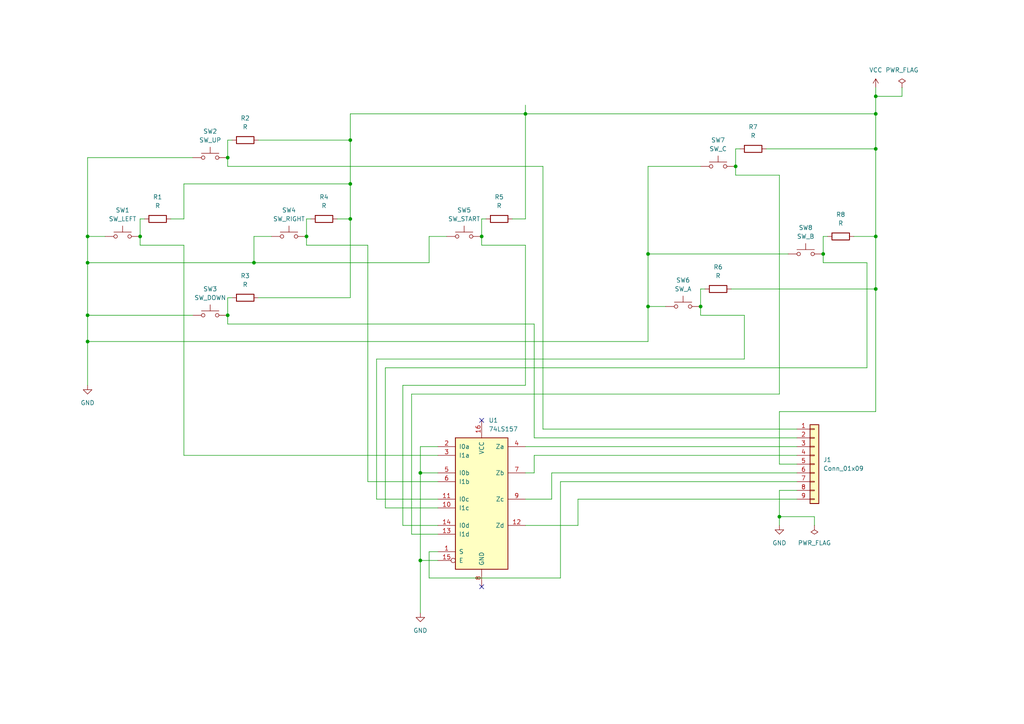
<source format=kicad_sch>
(kicad_sch (version 20211123) (generator eeschema)

  (uuid 17a520b8-a3aa-4e80-9d1d-df51608c5f92)

  (paper "A4")

  (lib_symbols
    (symbol "74xx:74LS157" (pin_names (offset 1.016)) (in_bom yes) (on_board yes)
      (property "Reference" "U" (id 0) (at -7.62 19.05 0)
        (effects (font (size 1.27 1.27)))
      )
      (property "Value" "74LS157" (id 1) (at -7.62 -21.59 0)
        (effects (font (size 1.27 1.27)))
      )
      (property "Footprint" "" (id 2) (at 0 0 0)
        (effects (font (size 1.27 1.27)) hide)
      )
      (property "Datasheet" "http://www.ti.com/lit/gpn/sn74LS157" (id 3) (at 0 0 0)
        (effects (font (size 1.27 1.27)) hide)
      )
      (property "ki_locked" "" (id 4) (at 0 0 0)
        (effects (font (size 1.27 1.27)))
      )
      (property "ki_keywords" "TTL MUX MUX2" (id 5) (at 0 0 0)
        (effects (font (size 1.27 1.27)) hide)
      )
      (property "ki_description" "Quad 2 to 1 line Multiplexer" (id 6) (at 0 0 0)
        (effects (font (size 1.27 1.27)) hide)
      )
      (property "ki_fp_filters" "DIP?16*" (id 7) (at 0 0 0)
        (effects (font (size 1.27 1.27)) hide)
      )
      (symbol "74LS157_1_0"
        (pin input line (at -12.7 -15.24 0) (length 5.08)
          (name "S" (effects (font (size 1.27 1.27))))
          (number "1" (effects (font (size 1.27 1.27))))
        )
        (pin input line (at -12.7 -2.54 0) (length 5.08)
          (name "I1c" (effects (font (size 1.27 1.27))))
          (number "10" (effects (font (size 1.27 1.27))))
        )
        (pin input line (at -12.7 0 0) (length 5.08)
          (name "I0c" (effects (font (size 1.27 1.27))))
          (number "11" (effects (font (size 1.27 1.27))))
        )
        (pin output line (at 12.7 -7.62 180) (length 5.08)
          (name "Zd" (effects (font (size 1.27 1.27))))
          (number "12" (effects (font (size 1.27 1.27))))
        )
        (pin input line (at -12.7 -10.16 0) (length 5.08)
          (name "I1d" (effects (font (size 1.27 1.27))))
          (number "13" (effects (font (size 1.27 1.27))))
        )
        (pin input line (at -12.7 -7.62 0) (length 5.08)
          (name "I0d" (effects (font (size 1.27 1.27))))
          (number "14" (effects (font (size 1.27 1.27))))
        )
        (pin input inverted (at -12.7 -17.78 0) (length 5.08)
          (name "E" (effects (font (size 1.27 1.27))))
          (number "15" (effects (font (size 1.27 1.27))))
        )
        (pin power_in line (at 0 22.86 270) (length 5.08)
          (name "VCC" (effects (font (size 1.27 1.27))))
          (number "16" (effects (font (size 1.27 1.27))))
        )
        (pin input line (at -12.7 15.24 0) (length 5.08)
          (name "I0a" (effects (font (size 1.27 1.27))))
          (number "2" (effects (font (size 1.27 1.27))))
        )
        (pin input line (at -12.7 12.7 0) (length 5.08)
          (name "I1a" (effects (font (size 1.27 1.27))))
          (number "3" (effects (font (size 1.27 1.27))))
        )
        (pin output line (at 12.7 15.24 180) (length 5.08)
          (name "Za" (effects (font (size 1.27 1.27))))
          (number "4" (effects (font (size 1.27 1.27))))
        )
        (pin input line (at -12.7 7.62 0) (length 5.08)
          (name "I0b" (effects (font (size 1.27 1.27))))
          (number "5" (effects (font (size 1.27 1.27))))
        )
        (pin input line (at -12.7 5.08 0) (length 5.08)
          (name "I1b" (effects (font (size 1.27 1.27))))
          (number "6" (effects (font (size 1.27 1.27))))
        )
        (pin output line (at 12.7 7.62 180) (length 5.08)
          (name "Zb" (effects (font (size 1.27 1.27))))
          (number "7" (effects (font (size 1.27 1.27))))
        )
        (pin power_in line (at 0 -25.4 90) (length 5.08)
          (name "GND" (effects (font (size 1.27 1.27))))
          (number "8" (effects (font (size 1.27 1.27))))
        )
        (pin output line (at 12.7 0 180) (length 5.08)
          (name "Zc" (effects (font (size 1.27 1.27))))
          (number "9" (effects (font (size 1.27 1.27))))
        )
      )
      (symbol "74LS157_1_1"
        (rectangle (start -7.62 17.78) (end 7.62 -20.32)
          (stroke (width 0.254) (type default) (color 0 0 0 0))
          (fill (type background))
        )
      )
    )
    (symbol "Connector_Generic:Conn_01x09" (pin_names (offset 1.016) hide) (in_bom yes) (on_board yes)
      (property "Reference" "J" (id 0) (at 0 12.7 0)
        (effects (font (size 1.27 1.27)))
      )
      (property "Value" "Conn_01x09" (id 1) (at 0 -12.7 0)
        (effects (font (size 1.27 1.27)))
      )
      (property "Footprint" "" (id 2) (at 0 0 0)
        (effects (font (size 1.27 1.27)) hide)
      )
      (property "Datasheet" "~" (id 3) (at 0 0 0)
        (effects (font (size 1.27 1.27)) hide)
      )
      (property "ki_keywords" "connector" (id 4) (at 0 0 0)
        (effects (font (size 1.27 1.27)) hide)
      )
      (property "ki_description" "Generic connector, single row, 01x09, script generated (kicad-library-utils/schlib/autogen/connector/)" (id 5) (at 0 0 0)
        (effects (font (size 1.27 1.27)) hide)
      )
      (property "ki_fp_filters" "Connector*:*_1x??_*" (id 6) (at 0 0 0)
        (effects (font (size 1.27 1.27)) hide)
      )
      (symbol "Conn_01x09_1_1"
        (rectangle (start -1.27 -10.033) (end 0 -10.287)
          (stroke (width 0.1524) (type default) (color 0 0 0 0))
          (fill (type none))
        )
        (rectangle (start -1.27 -7.493) (end 0 -7.747)
          (stroke (width 0.1524) (type default) (color 0 0 0 0))
          (fill (type none))
        )
        (rectangle (start -1.27 -4.953) (end 0 -5.207)
          (stroke (width 0.1524) (type default) (color 0 0 0 0))
          (fill (type none))
        )
        (rectangle (start -1.27 -2.413) (end 0 -2.667)
          (stroke (width 0.1524) (type default) (color 0 0 0 0))
          (fill (type none))
        )
        (rectangle (start -1.27 0.127) (end 0 -0.127)
          (stroke (width 0.1524) (type default) (color 0 0 0 0))
          (fill (type none))
        )
        (rectangle (start -1.27 2.667) (end 0 2.413)
          (stroke (width 0.1524) (type default) (color 0 0 0 0))
          (fill (type none))
        )
        (rectangle (start -1.27 5.207) (end 0 4.953)
          (stroke (width 0.1524) (type default) (color 0 0 0 0))
          (fill (type none))
        )
        (rectangle (start -1.27 7.747) (end 0 7.493)
          (stroke (width 0.1524) (type default) (color 0 0 0 0))
          (fill (type none))
        )
        (rectangle (start -1.27 10.287) (end 0 10.033)
          (stroke (width 0.1524) (type default) (color 0 0 0 0))
          (fill (type none))
        )
        (rectangle (start -1.27 11.43) (end 1.27 -11.43)
          (stroke (width 0.254) (type default) (color 0 0 0 0))
          (fill (type background))
        )
        (pin passive line (at -5.08 10.16 0) (length 3.81)
          (name "Pin_1" (effects (font (size 1.27 1.27))))
          (number "1" (effects (font (size 1.27 1.27))))
        )
        (pin passive line (at -5.08 7.62 0) (length 3.81)
          (name "Pin_2" (effects (font (size 1.27 1.27))))
          (number "2" (effects (font (size 1.27 1.27))))
        )
        (pin passive line (at -5.08 5.08 0) (length 3.81)
          (name "Pin_3" (effects (font (size 1.27 1.27))))
          (number "3" (effects (font (size 1.27 1.27))))
        )
        (pin passive line (at -5.08 2.54 0) (length 3.81)
          (name "Pin_4" (effects (font (size 1.27 1.27))))
          (number "4" (effects (font (size 1.27 1.27))))
        )
        (pin passive line (at -5.08 0 0) (length 3.81)
          (name "Pin_5" (effects (font (size 1.27 1.27))))
          (number "5" (effects (font (size 1.27 1.27))))
        )
        (pin passive line (at -5.08 -2.54 0) (length 3.81)
          (name "Pin_6" (effects (font (size 1.27 1.27))))
          (number "6" (effects (font (size 1.27 1.27))))
        )
        (pin passive line (at -5.08 -5.08 0) (length 3.81)
          (name "Pin_7" (effects (font (size 1.27 1.27))))
          (number "7" (effects (font (size 1.27 1.27))))
        )
        (pin passive line (at -5.08 -7.62 0) (length 3.81)
          (name "Pin_8" (effects (font (size 1.27 1.27))))
          (number "8" (effects (font (size 1.27 1.27))))
        )
        (pin passive line (at -5.08 -10.16 0) (length 3.81)
          (name "Pin_9" (effects (font (size 1.27 1.27))))
          (number "9" (effects (font (size 1.27 1.27))))
        )
      )
    )
    (symbol "Device:R" (pin_numbers hide) (pin_names (offset 0)) (in_bom yes) (on_board yes)
      (property "Reference" "R" (id 0) (at 2.032 0 90)
        (effects (font (size 1.27 1.27)))
      )
      (property "Value" "R" (id 1) (at 0 0 90)
        (effects (font (size 1.27 1.27)))
      )
      (property "Footprint" "" (id 2) (at -1.778 0 90)
        (effects (font (size 1.27 1.27)) hide)
      )
      (property "Datasheet" "~" (id 3) (at 0 0 0)
        (effects (font (size 1.27 1.27)) hide)
      )
      (property "ki_keywords" "R res resistor" (id 4) (at 0 0 0)
        (effects (font (size 1.27 1.27)) hide)
      )
      (property "ki_description" "Resistor" (id 5) (at 0 0 0)
        (effects (font (size 1.27 1.27)) hide)
      )
      (property "ki_fp_filters" "R_*" (id 6) (at 0 0 0)
        (effects (font (size 1.27 1.27)) hide)
      )
      (symbol "R_0_1"
        (rectangle (start -1.016 -2.54) (end 1.016 2.54)
          (stroke (width 0.254) (type default) (color 0 0 0 0))
          (fill (type none))
        )
      )
      (symbol "R_1_1"
        (pin passive line (at 0 3.81 270) (length 1.27)
          (name "~" (effects (font (size 1.27 1.27))))
          (number "1" (effects (font (size 1.27 1.27))))
        )
        (pin passive line (at 0 -3.81 90) (length 1.27)
          (name "~" (effects (font (size 1.27 1.27))))
          (number "2" (effects (font (size 1.27 1.27))))
        )
      )
    )
    (symbol "Switch:SW_Push" (pin_numbers hide) (pin_names (offset 1.016) hide) (in_bom yes) (on_board yes)
      (property "Reference" "SW" (id 0) (at 1.27 2.54 0)
        (effects (font (size 1.27 1.27)) (justify left))
      )
      (property "Value" "SW_Push" (id 1) (at 0 -1.524 0)
        (effects (font (size 1.27 1.27)))
      )
      (property "Footprint" "" (id 2) (at 0 5.08 0)
        (effects (font (size 1.27 1.27)) hide)
      )
      (property "Datasheet" "~" (id 3) (at 0 5.08 0)
        (effects (font (size 1.27 1.27)) hide)
      )
      (property "ki_keywords" "switch normally-open pushbutton push-button" (id 4) (at 0 0 0)
        (effects (font (size 1.27 1.27)) hide)
      )
      (property "ki_description" "Push button switch, generic, two pins" (id 5) (at 0 0 0)
        (effects (font (size 1.27 1.27)) hide)
      )
      (symbol "SW_Push_0_1"
        (circle (center -2.032 0) (radius 0.508)
          (stroke (width 0) (type default) (color 0 0 0 0))
          (fill (type none))
        )
        (polyline
          (pts
            (xy 0 1.27)
            (xy 0 3.048)
          )
          (stroke (width 0) (type default) (color 0 0 0 0))
          (fill (type none))
        )
        (polyline
          (pts
            (xy 2.54 1.27)
            (xy -2.54 1.27)
          )
          (stroke (width 0) (type default) (color 0 0 0 0))
          (fill (type none))
        )
        (circle (center 2.032 0) (radius 0.508)
          (stroke (width 0) (type default) (color 0 0 0 0))
          (fill (type none))
        )
        (pin passive line (at -5.08 0 0) (length 2.54)
          (name "1" (effects (font (size 1.27 1.27))))
          (number "1" (effects (font (size 1.27 1.27))))
        )
        (pin passive line (at 5.08 0 180) (length 2.54)
          (name "2" (effects (font (size 1.27 1.27))))
          (number "2" (effects (font (size 1.27 1.27))))
        )
      )
    )
    (symbol "power:GND" (power) (pin_names (offset 0)) (in_bom yes) (on_board yes)
      (property "Reference" "#PWR" (id 0) (at 0 -6.35 0)
        (effects (font (size 1.27 1.27)) hide)
      )
      (property "Value" "GND" (id 1) (at 0 -3.81 0)
        (effects (font (size 1.27 1.27)))
      )
      (property "Footprint" "" (id 2) (at 0 0 0)
        (effects (font (size 1.27 1.27)) hide)
      )
      (property "Datasheet" "" (id 3) (at 0 0 0)
        (effects (font (size 1.27 1.27)) hide)
      )
      (property "ki_keywords" "global power" (id 4) (at 0 0 0)
        (effects (font (size 1.27 1.27)) hide)
      )
      (property "ki_description" "Power symbol creates a global label with name \"GND\" , ground" (id 5) (at 0 0 0)
        (effects (font (size 1.27 1.27)) hide)
      )
      (symbol "GND_0_1"
        (polyline
          (pts
            (xy 0 0)
            (xy 0 -1.27)
            (xy 1.27 -1.27)
            (xy 0 -2.54)
            (xy -1.27 -1.27)
            (xy 0 -1.27)
          )
          (stroke (width 0) (type default) (color 0 0 0 0))
          (fill (type none))
        )
      )
      (symbol "GND_1_1"
        (pin power_in line (at 0 0 270) (length 0) hide
          (name "GND" (effects (font (size 1.27 1.27))))
          (number "1" (effects (font (size 1.27 1.27))))
        )
      )
    )
    (symbol "power:PWR_FLAG" (power) (pin_numbers hide) (pin_names (offset 0) hide) (in_bom yes) (on_board yes)
      (property "Reference" "#FLG" (id 0) (at 0 1.905 0)
        (effects (font (size 1.27 1.27)) hide)
      )
      (property "Value" "PWR_FLAG" (id 1) (at 0 3.81 0)
        (effects (font (size 1.27 1.27)))
      )
      (property "Footprint" "" (id 2) (at 0 0 0)
        (effects (font (size 1.27 1.27)) hide)
      )
      (property "Datasheet" "~" (id 3) (at 0 0 0)
        (effects (font (size 1.27 1.27)) hide)
      )
      (property "ki_keywords" "flag power" (id 4) (at 0 0 0)
        (effects (font (size 1.27 1.27)) hide)
      )
      (property "ki_description" "Special symbol for telling ERC where power comes from" (id 5) (at 0 0 0)
        (effects (font (size 1.27 1.27)) hide)
      )
      (symbol "PWR_FLAG_0_0"
        (pin power_out line (at 0 0 90) (length 0)
          (name "pwr" (effects (font (size 1.27 1.27))))
          (number "1" (effects (font (size 1.27 1.27))))
        )
      )
      (symbol "PWR_FLAG_0_1"
        (polyline
          (pts
            (xy 0 0)
            (xy 0 1.27)
            (xy -1.016 1.905)
            (xy 0 2.54)
            (xy 1.016 1.905)
            (xy 0 1.27)
          )
          (stroke (width 0) (type default) (color 0 0 0 0))
          (fill (type none))
        )
      )
    )
    (symbol "power:VCC" (power) (pin_names (offset 0)) (in_bom yes) (on_board yes)
      (property "Reference" "#PWR" (id 0) (at 0 -3.81 0)
        (effects (font (size 1.27 1.27)) hide)
      )
      (property "Value" "VCC" (id 1) (at 0 3.81 0)
        (effects (font (size 1.27 1.27)))
      )
      (property "Footprint" "" (id 2) (at 0 0 0)
        (effects (font (size 1.27 1.27)) hide)
      )
      (property "Datasheet" "" (id 3) (at 0 0 0)
        (effects (font (size 1.27 1.27)) hide)
      )
      (property "ki_keywords" "global power" (id 4) (at 0 0 0)
        (effects (font (size 1.27 1.27)) hide)
      )
      (property "ki_description" "Power symbol creates a global label with name \"VCC\"" (id 5) (at 0 0 0)
        (effects (font (size 1.27 1.27)) hide)
      )
      (symbol "VCC_0_1"
        (polyline
          (pts
            (xy -0.762 1.27)
            (xy 0 2.54)
          )
          (stroke (width 0) (type default) (color 0 0 0 0))
          (fill (type none))
        )
        (polyline
          (pts
            (xy 0 0)
            (xy 0 2.54)
          )
          (stroke (width 0) (type default) (color 0 0 0 0))
          (fill (type none))
        )
        (polyline
          (pts
            (xy 0 2.54)
            (xy 0.762 1.27)
          )
          (stroke (width 0) (type default) (color 0 0 0 0))
          (fill (type none))
        )
      )
      (symbol "VCC_1_1"
        (pin power_in line (at 0 0 90) (length 0) hide
          (name "VCC" (effects (font (size 1.27 1.27))))
          (number "1" (effects (font (size 1.27 1.27))))
        )
      )
    )
  )

  (junction (at 254 68.58) (diameter 0) (color 0 0 0 0)
    (uuid 191c2452-a347-4320-a1d6-2b7bbda61cf1)
  )
  (junction (at 101.6 40.64) (diameter 0) (color 0 0 0 0)
    (uuid 1b9672e0-39f2-4dff-b688-c2407af72ff1)
  )
  (junction (at 238.76 73.66) (diameter 0) (color 0 0 0 0)
    (uuid 201f81c7-2181-445d-8d73-3fda4974338a)
  )
  (junction (at 254 27.94) (diameter 0) (color 0 0 0 0)
    (uuid 49b3d2e0-d956-4976-a319-f1a11185ddcc)
  )
  (junction (at 40.64 68.58) (diameter 0) (color 0 0 0 0)
    (uuid 4b9b02c6-c5f1-4458-a580-752c4c93df5a)
  )
  (junction (at 101.6 53.34) (diameter 0) (color 0 0 0 0)
    (uuid 4bac5188-0b99-4105-bf08-5c605df2ea7a)
  )
  (junction (at 73.66 76.2) (diameter 0) (color 0 0 0 0)
    (uuid 55a1e20d-a1a0-47ad-880e-32ab13b2ab62)
  )
  (junction (at 25.4 76.2) (diameter 0) (color 0 0 0 0)
    (uuid 582125c0-a7d6-444e-80e6-2cd58c8ecef1)
  )
  (junction (at 152.4 33.02) (diameter 0) (color 0 0 0 0)
    (uuid 587ff367-46ae-438f-a0c9-4588c36ed06a)
  )
  (junction (at 121.92 137.16) (diameter 0) (color 0 0 0 0)
    (uuid 59be2c24-8fee-4000-8ea2-bf623e6487e1)
  )
  (junction (at 25.4 91.44) (diameter 0) (color 0 0 0 0)
    (uuid 60e50c5a-534b-4ce6-8bca-ad7e6662eba2)
  )
  (junction (at 187.96 73.66) (diameter 0) (color 0 0 0 0)
    (uuid 64a645d5-5c8e-4391-b15f-0e11c5826c6f)
  )
  (junction (at 254 83.82) (diameter 0) (color 0 0 0 0)
    (uuid 66c190c2-4f6f-4ab8-869b-2a07a070f9f6)
  )
  (junction (at 66.04 45.72) (diameter 0) (color 0 0 0 0)
    (uuid 6cfc37ed-a54d-495c-9543-abfeef2b4431)
  )
  (junction (at 226.06 149.86) (diameter 0) (color 0 0 0 0)
    (uuid 7a51718e-249f-4e6b-a9b3-b317fa5b6a6b)
  )
  (junction (at 66.04 91.44) (diameter 0) (color 0 0 0 0)
    (uuid 8330e588-2b6f-45fc-a3cf-e3a9e21fb1d9)
  )
  (junction (at 187.96 88.9) (diameter 0) (color 0 0 0 0)
    (uuid 87e12739-5849-47c2-9a5d-cae056c06a7f)
  )
  (junction (at 101.6 63.5) (diameter 0) (color 0 0 0 0)
    (uuid a6d9b62a-212e-4aa0-b036-0559b66c3ec0)
  )
  (junction (at 25.4 99.06) (diameter 0) (color 0 0 0 0)
    (uuid a9ca0fe5-5cbc-441b-b997-f5be06dba873)
  )
  (junction (at 25.4 68.58) (diameter 0) (color 0 0 0 0)
    (uuid b30fc73c-51b5-4a1d-9dfc-d609862b5582)
  )
  (junction (at 139.7 68.58) (diameter 0) (color 0 0 0 0)
    (uuid ba1485fa-eab6-4440-a1ca-c136ed74c01a)
  )
  (junction (at 88.9 68.58) (diameter 0) (color 0 0 0 0)
    (uuid befb2602-6b8f-41fe-8aec-d3fb5d261f67)
  )
  (junction (at 254 43.18) (diameter 0) (color 0 0 0 0)
    (uuid d527ed81-4eab-4afb-ad47-693537e985d3)
  )
  (junction (at 213.36 48.26) (diameter 0) (color 0 0 0 0)
    (uuid e1127779-e45d-4209-ace8-0673ef6e4638)
  )
  (junction (at 254 33.02) (diameter 0) (color 0 0 0 0)
    (uuid ee2030bc-5261-40ad-aad0-ab0b1ccdf8b8)
  )
  (junction (at 121.92 162.56) (diameter 0) (color 0 0 0 0)
    (uuid f372561a-d74c-4921-9282-4540dfa41a41)
  )
  (junction (at 203.2 88.9) (diameter 0) (color 0 0 0 0)
    (uuid faee385f-0d54-49ac-a77e-8eb0fec7dce3)
  )

  (no_connect (at 139.7 121.92) (uuid d7d08892-8c14-4e6c-85d7-490eedab6c13))
  (no_connect (at 139.7 170.18) (uuid f6be5443-bb1c-4d1a-afb6-4b7541d23b31))

  (wire (pts (xy 53.34 71.12) (xy 53.34 132.08))
    (stroke (width 0) (type default) (color 0 0 0 0))
    (uuid 05057691-2e56-4a01-a000-9025cc48fddf)
  )
  (wire (pts (xy 152.4 33.02) (xy 152.4 63.5))
    (stroke (width 0) (type default) (color 0 0 0 0))
    (uuid 0b011676-4d6a-4af7-abc1-b7fd8ee9ea12)
  )
  (wire (pts (xy 121.92 162.56) (xy 121.92 177.8))
    (stroke (width 0) (type default) (color 0 0 0 0))
    (uuid 0c587660-49c0-456a-9a06-00b9e33be6bb)
  )
  (wire (pts (xy 247.65 68.58) (xy 254 68.58))
    (stroke (width 0) (type default) (color 0 0 0 0))
    (uuid 0e0a5f14-e384-48f1-88e7-694e2896c310)
  )
  (wire (pts (xy 121.92 137.16) (xy 121.92 162.56))
    (stroke (width 0) (type default) (color 0 0 0 0))
    (uuid 126c9521-2b4c-46e5-a512-d9b1560a5ae0)
  )
  (wire (pts (xy 251.46 106.68) (xy 111.76 106.68))
    (stroke (width 0) (type default) (color 0 0 0 0))
    (uuid 1336e1cc-f018-45a9-aa9e-b421628a8bea)
  )
  (wire (pts (xy 124.46 68.58) (xy 124.46 76.2))
    (stroke (width 0) (type default) (color 0 0 0 0))
    (uuid 16e9fa05-5185-43b5-8647-5b659cfa1976)
  )
  (wire (pts (xy 226.06 50.8) (xy 226.06 114.3))
    (stroke (width 0) (type default) (color 0 0 0 0))
    (uuid 17985d52-4eaa-48e5-bc5e-c0ac6be0fa09)
  )
  (wire (pts (xy 157.48 48.26) (xy 157.48 124.46))
    (stroke (width 0) (type default) (color 0 0 0 0))
    (uuid 1c6013e6-464f-472a-9146-86c430554297)
  )
  (wire (pts (xy 152.4 33.02) (xy 101.6 33.02))
    (stroke (width 0) (type default) (color 0 0 0 0))
    (uuid 1ee26a37-e64d-44a6-83cb-97ab0f27a637)
  )
  (wire (pts (xy 124.46 167.64) (xy 124.46 160.02))
    (stroke (width 0) (type default) (color 0 0 0 0))
    (uuid 1f0468e0-df13-44ec-9ddb-41dad3d0228b)
  )
  (wire (pts (xy 238.76 76.2) (xy 251.46 76.2))
    (stroke (width 0) (type default) (color 0 0 0 0))
    (uuid 20cd5387-6444-4f0e-b0de-16a298e51c36)
  )
  (wire (pts (xy 154.94 93.98) (xy 154.94 127))
    (stroke (width 0) (type default) (color 0 0 0 0))
    (uuid 24234789-985f-4ee1-8531-f4b55fb4bbc7)
  )
  (wire (pts (xy 116.84 111.76) (xy 116.84 152.4))
    (stroke (width 0) (type default) (color 0 0 0 0))
    (uuid 2618b704-7a38-44c2-87b8-27446d3a6fd2)
  )
  (wire (pts (xy 231.14 139.7) (xy 162.56 139.7))
    (stroke (width 0) (type default) (color 0 0 0 0))
    (uuid 26289e4c-ab06-4c4b-ae1e-e785dfef9e46)
  )
  (wire (pts (xy 187.96 88.9) (xy 187.96 99.06))
    (stroke (width 0) (type default) (color 0 0 0 0))
    (uuid 2701f211-8947-4b7c-b12f-251d2e334774)
  )
  (wire (pts (xy 88.9 63.5) (xy 90.17 63.5))
    (stroke (width 0) (type default) (color 0 0 0 0))
    (uuid 2f9df68d-0f68-460a-a1a5-93693c897c81)
  )
  (wire (pts (xy 254 25.4) (xy 254 27.94))
    (stroke (width 0) (type default) (color 0 0 0 0))
    (uuid 394119cc-1675-4977-88ea-e030705fcf8e)
  )
  (wire (pts (xy 212.09 83.82) (xy 254 83.82))
    (stroke (width 0) (type default) (color 0 0 0 0))
    (uuid 3b949836-9666-47e9-a983-69a77f66c2da)
  )
  (wire (pts (xy 231.14 142.24) (xy 226.06 142.24))
    (stroke (width 0) (type default) (color 0 0 0 0))
    (uuid 3b9dd9a4-78ae-439a-b11f-82982e40e01b)
  )
  (wire (pts (xy 66.04 45.72) (xy 66.04 48.26))
    (stroke (width 0) (type default) (color 0 0 0 0))
    (uuid 3c6bd4b3-c579-4fd0-b065-336e5418b369)
  )
  (wire (pts (xy 121.92 129.54) (xy 121.92 137.16))
    (stroke (width 0) (type default) (color 0 0 0 0))
    (uuid 3fc0a29e-fe62-4b0c-87f8-e9abac5d2e83)
  )
  (wire (pts (xy 97.79 63.5) (xy 101.6 63.5))
    (stroke (width 0) (type default) (color 0 0 0 0))
    (uuid 40250d91-68fa-4d37-83d8-ac0fe96a2494)
  )
  (wire (pts (xy 139.7 71.12) (xy 152.4 71.12))
    (stroke (width 0) (type default) (color 0 0 0 0))
    (uuid 47028a4b-4271-4253-b3ea-6a0905aa8b7c)
  )
  (wire (pts (xy 25.4 68.58) (xy 30.48 68.58))
    (stroke (width 0) (type default) (color 0 0 0 0))
    (uuid 486f6d60-b9ad-4d35-bb78-878decc1d75f)
  )
  (wire (pts (xy 187.96 48.26) (xy 203.2 48.26))
    (stroke (width 0) (type default) (color 0 0 0 0))
    (uuid 4b06285a-9848-4281-b9f3-bbdbe3d8208d)
  )
  (wire (pts (xy 160.02 144.78) (xy 160.02 137.16))
    (stroke (width 0) (type default) (color 0 0 0 0))
    (uuid 4c9ff140-386c-49e7-8046-c25be440453a)
  )
  (wire (pts (xy 152.4 144.78) (xy 160.02 144.78))
    (stroke (width 0) (type default) (color 0 0 0 0))
    (uuid 4d0746f8-bae6-498c-acda-66c760ad4cf8)
  )
  (wire (pts (xy 213.36 50.8) (xy 226.06 50.8))
    (stroke (width 0) (type default) (color 0 0 0 0))
    (uuid 4d223b7d-590d-4582-bea5-e1162779f4c1)
  )
  (wire (pts (xy 139.7 63.5) (xy 140.97 63.5))
    (stroke (width 0) (type default) (color 0 0 0 0))
    (uuid 4e9f0376-9a68-436f-9f6a-24a432f8cc71)
  )
  (wire (pts (xy 152.4 152.4) (xy 167.64 152.4))
    (stroke (width 0) (type default) (color 0 0 0 0))
    (uuid 518a6a75-da6d-471e-b02f-fd315f06fbee)
  )
  (wire (pts (xy 101.6 63.5) (xy 101.6 86.36))
    (stroke (width 0) (type default) (color 0 0 0 0))
    (uuid 54e27753-f3c9-4b36-8aba-94639e7ef6f3)
  )
  (wire (pts (xy 254 83.82) (xy 254 68.58))
    (stroke (width 0) (type default) (color 0 0 0 0))
    (uuid 589258e4-e99f-4548-abdb-6ea4f5d7169b)
  )
  (wire (pts (xy 148.59 63.5) (xy 152.4 63.5))
    (stroke (width 0) (type default) (color 0 0 0 0))
    (uuid 58ced10a-1276-4048-b0ab-ba0b887c6fa5)
  )
  (wire (pts (xy 66.04 86.36) (xy 67.31 86.36))
    (stroke (width 0) (type default) (color 0 0 0 0))
    (uuid 5ae373dc-bfb9-4aea-b6cb-9663dbf08b7f)
  )
  (wire (pts (xy 213.36 43.18) (xy 214.63 43.18))
    (stroke (width 0) (type default) (color 0 0 0 0))
    (uuid 5b3f8794-66ad-4aa6-85e0-f174eaf7b365)
  )
  (wire (pts (xy 238.76 73.66) (xy 238.76 76.2))
    (stroke (width 0) (type default) (color 0 0 0 0))
    (uuid 5de0535f-793a-4fc2-a28a-db453562bb8e)
  )
  (wire (pts (xy 251.46 76.2) (xy 251.46 106.68))
    (stroke (width 0) (type default) (color 0 0 0 0))
    (uuid 5f19d80b-4941-4406-a733-9454234e1c0e)
  )
  (wire (pts (xy 139.7 68.58) (xy 139.7 63.5))
    (stroke (width 0) (type default) (color 0 0 0 0))
    (uuid 6074c4ca-b9da-46a9-9b7d-88f7067a5529)
  )
  (wire (pts (xy 127 129.54) (xy 121.92 129.54))
    (stroke (width 0) (type default) (color 0 0 0 0))
    (uuid 60c6e3b8-c72b-460d-8e31-ec80b28dad36)
  )
  (wire (pts (xy 215.9 104.14) (xy 109.22 104.14))
    (stroke (width 0) (type default) (color 0 0 0 0))
    (uuid 631beba6-affb-4fde-97c6-c9ccad8ef3ba)
  )
  (wire (pts (xy 25.4 99.06) (xy 25.4 111.76))
    (stroke (width 0) (type default) (color 0 0 0 0))
    (uuid 63f5c3d6-9ec6-4e8d-b6b5-1c30a6c55bb0)
  )
  (wire (pts (xy 25.4 76.2) (xy 73.66 76.2))
    (stroke (width 0) (type default) (color 0 0 0 0))
    (uuid 643a880c-0ba0-4a2b-af71-5407129fc16c)
  )
  (wire (pts (xy 25.4 91.44) (xy 25.4 99.06))
    (stroke (width 0) (type default) (color 0 0 0 0))
    (uuid 66a15190-6dae-4953-9617-6b8d3d8a39f5)
  )
  (wire (pts (xy 254 43.18) (xy 254 33.02))
    (stroke (width 0) (type default) (color 0 0 0 0))
    (uuid 687effce-2861-497a-94f4-eddce138a46c)
  )
  (wire (pts (xy 25.4 45.72) (xy 25.4 68.58))
    (stroke (width 0) (type default) (color 0 0 0 0))
    (uuid 6a987899-7c44-49ab-9027-c2482b6d7f9d)
  )
  (wire (pts (xy 74.93 86.36) (xy 101.6 86.36))
    (stroke (width 0) (type default) (color 0 0 0 0))
    (uuid 6c290cce-1e37-4917-b38a-abd5cb861593)
  )
  (wire (pts (xy 40.64 68.58) (xy 40.64 71.12))
    (stroke (width 0) (type default) (color 0 0 0 0))
    (uuid 6ca31682-7307-44a7-86f2-9a305c976c0f)
  )
  (wire (pts (xy 124.46 160.02) (xy 127 160.02))
    (stroke (width 0) (type default) (color 0 0 0 0))
    (uuid 6d9bd185-f431-4a15-ac59-3320a8322bb0)
  )
  (wire (pts (xy 101.6 33.02) (xy 101.6 40.64))
    (stroke (width 0) (type default) (color 0 0 0 0))
    (uuid 6ef315f4-b4ee-46d6-a1b9-2dcf820d2afd)
  )
  (wire (pts (xy 66.04 91.44) (xy 66.04 86.36))
    (stroke (width 0) (type default) (color 0 0 0 0))
    (uuid 72a75610-254a-4302-a577-e3d44ab2b997)
  )
  (wire (pts (xy 49.53 63.5) (xy 53.34 63.5))
    (stroke (width 0) (type default) (color 0 0 0 0))
    (uuid 752f2618-9639-4051-8de5-a58b73b11c80)
  )
  (wire (pts (xy 25.4 76.2) (xy 25.4 91.44))
    (stroke (width 0) (type default) (color 0 0 0 0))
    (uuid 768ab640-d402-4bec-99b9-ef41e7276c6f)
  )
  (wire (pts (xy 238.76 73.66) (xy 238.76 68.58))
    (stroke (width 0) (type default) (color 0 0 0 0))
    (uuid 793d93f3-8d39-429a-92e3-28e801a6bb06)
  )
  (wire (pts (xy 152.4 71.12) (xy 152.4 111.76))
    (stroke (width 0) (type default) (color 0 0 0 0))
    (uuid 79d4c80f-30dc-4615-bc34-b7fedf6bb9b3)
  )
  (wire (pts (xy 106.68 71.12) (xy 106.68 139.7))
    (stroke (width 0) (type default) (color 0 0 0 0))
    (uuid 7aaaf12d-2b01-4fea-8ac1-983b4b66de45)
  )
  (wire (pts (xy 66.04 48.26) (xy 157.48 48.26))
    (stroke (width 0) (type default) (color 0 0 0 0))
    (uuid 7d0ff0f0-43f5-416a-b8cc-a9f4f19d5adb)
  )
  (wire (pts (xy 167.64 144.78) (xy 231.14 144.78))
    (stroke (width 0) (type default) (color 0 0 0 0))
    (uuid 7d274a07-bbce-4e17-a212-67cb59d8e9ef)
  )
  (wire (pts (xy 213.36 48.26) (xy 213.36 50.8))
    (stroke (width 0) (type default) (color 0 0 0 0))
    (uuid 7f392592-1721-48b3-ae65-9ca0b0a42799)
  )
  (wire (pts (xy 66.04 45.72) (xy 66.04 40.64))
    (stroke (width 0) (type default) (color 0 0 0 0))
    (uuid 80951a71-ad91-4cd5-88ba-f92ba899cb31)
  )
  (wire (pts (xy 152.4 33.02) (xy 152.4 30.48))
    (stroke (width 0) (type default) (color 0 0 0 0))
    (uuid 80b8d719-9942-4c46-aa73-b24f905e5269)
  )
  (wire (pts (xy 129.54 68.58) (xy 124.46 68.58))
    (stroke (width 0) (type default) (color 0 0 0 0))
    (uuid 80ec54f2-e76b-4aa3-b5dc-e8af2261ff00)
  )
  (wire (pts (xy 101.6 53.34) (xy 101.6 63.5))
    (stroke (width 0) (type default) (color 0 0 0 0))
    (uuid 815fcf49-8d73-43a5-be5e-9a692021b87c)
  )
  (wire (pts (xy 88.9 68.58) (xy 88.9 71.12))
    (stroke (width 0) (type default) (color 0 0 0 0))
    (uuid 84f3ede4-81f8-4908-ad94-596a179bd6e7)
  )
  (wire (pts (xy 226.06 134.62) (xy 226.06 119.38))
    (stroke (width 0) (type default) (color 0 0 0 0))
    (uuid 86fd3af0-b350-431d-9c6a-71e820312136)
  )
  (wire (pts (xy 236.22 149.86) (xy 236.22 152.4))
    (stroke (width 0) (type default) (color 0 0 0 0))
    (uuid 8d59afc8-b5c3-4e87-89c8-f8a239936e5d)
  )
  (wire (pts (xy 187.96 73.66) (xy 187.96 88.9))
    (stroke (width 0) (type default) (color 0 0 0 0))
    (uuid 8ffb7624-c725-4835-96d0-0104916791a6)
  )
  (wire (pts (xy 53.34 53.34) (xy 101.6 53.34))
    (stroke (width 0) (type default) (color 0 0 0 0))
    (uuid 90470595-4047-4d3b-8661-d636a0a0836b)
  )
  (wire (pts (xy 203.2 83.82) (xy 204.47 83.82))
    (stroke (width 0) (type default) (color 0 0 0 0))
    (uuid 913c00ff-3670-4737-9ea1-03c2b9987cd8)
  )
  (wire (pts (xy 154.94 132.08) (xy 231.14 132.08))
    (stroke (width 0) (type default) (color 0 0 0 0))
    (uuid 9368ff17-7946-47a2-93be-3e5e6bd12b8f)
  )
  (wire (pts (xy 119.38 154.94) (xy 127 154.94))
    (stroke (width 0) (type default) (color 0 0 0 0))
    (uuid 96d16229-b602-44d5-843b-3e42501f2f43)
  )
  (wire (pts (xy 226.06 114.3) (xy 119.38 114.3))
    (stroke (width 0) (type default) (color 0 0 0 0))
    (uuid 9a6e0d9b-9e8a-496b-83b9-ea4782542fb2)
  )
  (wire (pts (xy 213.36 48.26) (xy 213.36 43.18))
    (stroke (width 0) (type default) (color 0 0 0 0))
    (uuid 9aa60efb-088a-4b29-9f31-ca18bf8769a0)
  )
  (wire (pts (xy 187.96 99.06) (xy 25.4 99.06))
    (stroke (width 0) (type default) (color 0 0 0 0))
    (uuid 9c40cc5d-3ecc-4930-825d-72b7c00ec013)
  )
  (wire (pts (xy 53.34 132.08) (xy 127 132.08))
    (stroke (width 0) (type default) (color 0 0 0 0))
    (uuid 9c58072f-5ed9-43dc-a4c5-f0e0643bbaa2)
  )
  (wire (pts (xy 203.2 88.9) (xy 203.2 91.44))
    (stroke (width 0) (type default) (color 0 0 0 0))
    (uuid 9ced1538-c76f-4072-b87e-23a5f7c2524d)
  )
  (wire (pts (xy 66.04 93.98) (xy 154.94 93.98))
    (stroke (width 0) (type default) (color 0 0 0 0))
    (uuid 9d25ae9d-a5e9-4a78-8ad1-59da5f4d2df2)
  )
  (wire (pts (xy 203.2 91.44) (xy 215.9 91.44))
    (stroke (width 0) (type default) (color 0 0 0 0))
    (uuid 9d75156e-36e8-40d0-bf02-595c6c9a7e98)
  )
  (wire (pts (xy 203.2 88.9) (xy 203.2 83.82))
    (stroke (width 0) (type default) (color 0 0 0 0))
    (uuid a0417279-ba9c-4cb3-9f92-65e5269d1564)
  )
  (wire (pts (xy 226.06 142.24) (xy 226.06 149.86))
    (stroke (width 0) (type default) (color 0 0 0 0))
    (uuid a098abec-fd54-48d7-9d4f-ea5c9f85dc09)
  )
  (wire (pts (xy 157.48 124.46) (xy 231.14 124.46))
    (stroke (width 0) (type default) (color 0 0 0 0))
    (uuid a70dd079-b514-43cc-9139-e9dd6bffc248)
  )
  (wire (pts (xy 154.94 137.16) (xy 154.94 132.08))
    (stroke (width 0) (type default) (color 0 0 0 0))
    (uuid a7995621-fa3b-495f-b71a-01b715a2c6bf)
  )
  (wire (pts (xy 119.38 114.3) (xy 119.38 154.94))
    (stroke (width 0) (type default) (color 0 0 0 0))
    (uuid a7a637e4-b477-485e-b2bb-789f4aa88166)
  )
  (wire (pts (xy 106.68 139.7) (xy 127 139.7))
    (stroke (width 0) (type default) (color 0 0 0 0))
    (uuid a7e35e6e-37cf-4211-93de-c1290a50cd07)
  )
  (wire (pts (xy 254 27.94) (xy 254 33.02))
    (stroke (width 0) (type default) (color 0 0 0 0))
    (uuid a8c7b736-a5b0-4c81-a09f-57208f3a91e5)
  )
  (wire (pts (xy 152.4 129.54) (xy 231.14 129.54))
    (stroke (width 0) (type default) (color 0 0 0 0))
    (uuid a98b54ba-4c6e-41af-909a-bf3f4f30a30a)
  )
  (wire (pts (xy 226.06 149.86) (xy 236.22 149.86))
    (stroke (width 0) (type default) (color 0 0 0 0))
    (uuid aa7c9298-2466-46d6-a0bd-5a2ab2cedb6d)
  )
  (wire (pts (xy 154.94 127) (xy 231.14 127))
    (stroke (width 0) (type default) (color 0 0 0 0))
    (uuid ab4c3634-1320-4c3a-b8e1-76d6f0acbebc)
  )
  (wire (pts (xy 116.84 152.4) (xy 127 152.4))
    (stroke (width 0) (type default) (color 0 0 0 0))
    (uuid ac803398-93ce-4c5b-9a8b-c23c32580dcf)
  )
  (wire (pts (xy 109.22 144.78) (xy 127 144.78))
    (stroke (width 0) (type default) (color 0 0 0 0))
    (uuid b14ff2dc-ce9f-4bc7-aefe-747f115c957a)
  )
  (wire (pts (xy 88.9 68.58) (xy 88.9 63.5))
    (stroke (width 0) (type default) (color 0 0 0 0))
    (uuid b2618c34-a459-473a-a2af-2326195ec045)
  )
  (wire (pts (xy 40.64 71.12) (xy 53.34 71.12))
    (stroke (width 0) (type default) (color 0 0 0 0))
    (uuid b6fc927b-55a0-4252-84f3-b876c8d7c6eb)
  )
  (wire (pts (xy 101.6 40.64) (xy 101.6 53.34))
    (stroke (width 0) (type default) (color 0 0 0 0))
    (uuid b909ce92-5546-49d3-89cc-55514e92bcb1)
  )
  (wire (pts (xy 121.92 137.16) (xy 127 137.16))
    (stroke (width 0) (type default) (color 0 0 0 0))
    (uuid ba17b279-d3cd-4215-88d3-0bedb2efea70)
  )
  (wire (pts (xy 88.9 71.12) (xy 106.68 71.12))
    (stroke (width 0) (type default) (color 0 0 0 0))
    (uuid ba3e28df-8b54-4d50-b0ed-edba0e7195b8)
  )
  (wire (pts (xy 40.64 63.5) (xy 41.91 63.5))
    (stroke (width 0) (type default) (color 0 0 0 0))
    (uuid ba8c6ee6-2b88-40cf-8884-849525cb9793)
  )
  (wire (pts (xy 66.04 91.44) (xy 66.04 93.98))
    (stroke (width 0) (type default) (color 0 0 0 0))
    (uuid c0dcd634-6020-4c4b-beba-651275e2ad38)
  )
  (wire (pts (xy 78.74 68.58) (xy 73.66 68.58))
    (stroke (width 0) (type default) (color 0 0 0 0))
    (uuid c11e36e4-f8b7-474c-98cd-4d836d9e7fbf)
  )
  (wire (pts (xy 162.56 167.64) (xy 124.46 167.64))
    (stroke (width 0) (type default) (color 0 0 0 0))
    (uuid c2f8c9f6-2e5c-4ccb-8302-a2c8a212ceb5)
  )
  (wire (pts (xy 73.66 68.58) (xy 73.66 76.2))
    (stroke (width 0) (type default) (color 0 0 0 0))
    (uuid c4639001-bc82-4ed5-b913-1481d7914741)
  )
  (wire (pts (xy 111.76 147.32) (xy 127 147.32))
    (stroke (width 0) (type default) (color 0 0 0 0))
    (uuid c73da62e-8f3a-45d4-995b-4821fb9f0c14)
  )
  (wire (pts (xy 66.04 40.64) (xy 67.31 40.64))
    (stroke (width 0) (type default) (color 0 0 0 0))
    (uuid c8e4583f-05e7-4028-978e-5810644c2b86)
  )
  (wire (pts (xy 152.4 137.16) (xy 154.94 137.16))
    (stroke (width 0) (type default) (color 0 0 0 0))
    (uuid ca833535-030e-46c0-b49e-597f5d1bf364)
  )
  (wire (pts (xy 215.9 91.44) (xy 215.9 104.14))
    (stroke (width 0) (type default) (color 0 0 0 0))
    (uuid cb586750-f365-48df-b51f-09093ee7fab5)
  )
  (wire (pts (xy 121.92 162.56) (xy 127 162.56))
    (stroke (width 0) (type default) (color 0 0 0 0))
    (uuid cf2d13b3-fee4-4608-9ced-a87fc91122dd)
  )
  (wire (pts (xy 226.06 149.86) (xy 226.06 152.4))
    (stroke (width 0) (type default) (color 0 0 0 0))
    (uuid d2f6cff1-8cef-47cf-a63b-e025bf6fe3d3)
  )
  (wire (pts (xy 53.34 63.5) (xy 53.34 53.34))
    (stroke (width 0) (type default) (color 0 0 0 0))
    (uuid d41fb67c-9cf9-484d-b149-78f472dbd215)
  )
  (wire (pts (xy 162.56 139.7) (xy 162.56 167.64))
    (stroke (width 0) (type default) (color 0 0 0 0))
    (uuid d57e0ab9-2749-4ab9-b73e-24cdcf3c6d21)
  )
  (wire (pts (xy 238.76 68.58) (xy 240.03 68.58))
    (stroke (width 0) (type default) (color 0 0 0 0))
    (uuid d7a74078-9512-4e60-90ea-51ef035098ee)
  )
  (wire (pts (xy 25.4 91.44) (xy 55.88 91.44))
    (stroke (width 0) (type default) (color 0 0 0 0))
    (uuid d81c477b-5e7b-43f2-be29-e2aee4f3139a)
  )
  (wire (pts (xy 160.02 137.16) (xy 231.14 137.16))
    (stroke (width 0) (type default) (color 0 0 0 0))
    (uuid d8475820-5ae7-40a4-807d-77281922fade)
  )
  (wire (pts (xy 187.96 48.26) (xy 187.96 73.66))
    (stroke (width 0) (type default) (color 0 0 0 0))
    (uuid d9d45cc5-711c-4639-8f8d-df01392c1b64)
  )
  (wire (pts (xy 226.06 134.62) (xy 231.14 134.62))
    (stroke (width 0) (type default) (color 0 0 0 0))
    (uuid dd314612-3b91-44e0-92fb-75192c33fc5e)
  )
  (wire (pts (xy 152.4 33.02) (xy 254 33.02))
    (stroke (width 0) (type default) (color 0 0 0 0))
    (uuid df316b1d-cc92-4ba0-917f-0a32408d795f)
  )
  (wire (pts (xy 222.25 43.18) (xy 254 43.18))
    (stroke (width 0) (type default) (color 0 0 0 0))
    (uuid dfcc8452-cef5-4171-a1cc-080d38d3c23d)
  )
  (wire (pts (xy 226.06 119.38) (xy 254 119.38))
    (stroke (width 0) (type default) (color 0 0 0 0))
    (uuid e08e4dab-d219-4782-8d07-5750e188b884)
  )
  (wire (pts (xy 74.93 40.64) (xy 101.6 40.64))
    (stroke (width 0) (type default) (color 0 0 0 0))
    (uuid e09582ff-5e40-489c-b7dc-2b9e133c1037)
  )
  (wire (pts (xy 254 119.38) (xy 254 83.82))
    (stroke (width 0) (type default) (color 0 0 0 0))
    (uuid e2e2e0aa-b77f-4c9a-8c39-bb045201ce08)
  )
  (wire (pts (xy 55.88 45.72) (xy 25.4 45.72))
    (stroke (width 0) (type default) (color 0 0 0 0))
    (uuid e2eb02d1-79f6-4c2d-9a64-c3cfdb4c6ee2)
  )
  (wire (pts (xy 25.4 68.58) (xy 25.4 76.2))
    (stroke (width 0) (type default) (color 0 0 0 0))
    (uuid e371cb25-3ba7-4f01-943e-91be49adfe8b)
  )
  (wire (pts (xy 139.7 68.58) (xy 139.7 71.12))
    (stroke (width 0) (type default) (color 0 0 0 0))
    (uuid e5ebf69a-9e85-4a42-ba60-2cb41bdac642)
  )
  (wire (pts (xy 254 68.58) (xy 254 43.18))
    (stroke (width 0) (type default) (color 0 0 0 0))
    (uuid e97ce189-dab0-4993-969a-2210dba2531e)
  )
  (wire (pts (xy 109.22 104.14) (xy 109.22 144.78))
    (stroke (width 0) (type default) (color 0 0 0 0))
    (uuid ea1858ae-b11c-4fb7-a460-bfadfbda9e4b)
  )
  (wire (pts (xy 187.96 73.66) (xy 228.6 73.66))
    (stroke (width 0) (type default) (color 0 0 0 0))
    (uuid ea320854-6a04-438b-af3d-24abe5353d72)
  )
  (wire (pts (xy 254 27.94) (xy 261.62 27.94))
    (stroke (width 0) (type default) (color 0 0 0 0))
    (uuid f403dc4f-4bd8-4d7d-9078-25722b6e2be3)
  )
  (wire (pts (xy 73.66 76.2) (xy 124.46 76.2))
    (stroke (width 0) (type default) (color 0 0 0 0))
    (uuid f499b08f-344e-4cbf-b2cf-6fe6b48ca5b9)
  )
  (wire (pts (xy 152.4 111.76) (xy 116.84 111.76))
    (stroke (width 0) (type default) (color 0 0 0 0))
    (uuid f5e5bd84-0b76-489f-85d9-30931d466d56)
  )
  (wire (pts (xy 261.62 25.4) (xy 261.62 27.94))
    (stroke (width 0) (type default) (color 0 0 0 0))
    (uuid f7d6eab6-5bbc-44b4-a0ea-4e18b31153af)
  )
  (wire (pts (xy 40.64 68.58) (xy 40.64 63.5))
    (stroke (width 0) (type default) (color 0 0 0 0))
    (uuid f8f9b1c6-3d34-4b16-811f-8bdb706e0d40)
  )
  (wire (pts (xy 167.64 152.4) (xy 167.64 144.78))
    (stroke (width 0) (type default) (color 0 0 0 0))
    (uuid faa37b80-51d3-4df1-ac58-e71bc0e2315f)
  )
  (wire (pts (xy 193.04 88.9) (xy 187.96 88.9))
    (stroke (width 0) (type default) (color 0 0 0 0))
    (uuid fe84c4a7-b7ed-470b-bb6d-cb323d909397)
  )
  (wire (pts (xy 111.76 106.68) (xy 111.76 147.32))
    (stroke (width 0) (type default) (color 0 0 0 0))
    (uuid fe9a804b-e377-4a2f-bab4-d1ded4e44ef6)
  )

  (symbol (lib_id "Connector_Generic:Conn_01x09") (at 236.22 134.62 0) (unit 1)
    (in_bom yes) (on_board yes) (fields_autoplaced)
    (uuid 0a297430-0061-40c0-9db6-cf59f09e4f31)
    (property "Reference" "J1" (id 0) (at 238.76 133.3499 0)
      (effects (font (size 1.27 1.27)) (justify left))
    )
    (property "Value" "Conn_01x09" (id 1) (at 238.76 135.8899 0)
      (effects (font (size 1.27 1.27)) (justify left))
    )
    (property "Footprint" "Connector_PinHeader_2.54mm:PinHeader_1x09_P2.54mm_Horizontal" (id 2) (at 236.22 134.62 0)
      (effects (font (size 1.27 1.27)) hide)
    )
    (property "Datasheet" "~" (id 3) (at 236.22 134.62 0)
      (effects (font (size 1.27 1.27)) hide)
    )
    (pin "1" (uuid 02e752ff-7346-433b-9d48-fa8a0cac220a))
    (pin "2" (uuid 9f9da615-78f6-424b-8a10-f97bcda33382))
    (pin "3" (uuid 510af6c3-006c-425b-9772-fe3da44942be))
    (pin "4" (uuid 87320ffb-5600-4aef-851e-5657de1e4db5))
    (pin "5" (uuid f1de1f7c-e364-40be-94a2-35db9cec5c41))
    (pin "6" (uuid c46b0237-58ee-4d6c-ae27-e4cb09780d8c))
    (pin "7" (uuid cd7c982a-7e03-4d96-a3ba-7bdf498be618))
    (pin "8" (uuid 38320535-ee68-42ac-9c9c-eb7e6794de14))
    (pin "9" (uuid a743de1b-4140-4154-943b-1065a9f6f8db))
  )

  (symbol (lib_id "Switch:SW_Push") (at 134.62 68.58 0) (unit 1)
    (in_bom yes) (on_board yes) (fields_autoplaced)
    (uuid 10efbbfa-babe-4037-9901-3e39599d67f2)
    (property "Reference" "SW5" (id 0) (at 134.62 60.96 0))
    (property "Value" "SW_START" (id 1) (at 134.62 63.5 0))
    (property "Footprint" "Button_Switch_Keyboard:SW_Cherry_MX_1.00u_PCB" (id 2) (at 134.62 63.5 0)
      (effects (font (size 1.27 1.27)) hide)
    )
    (property "Datasheet" "~" (id 3) (at 134.62 63.5 0)
      (effects (font (size 1.27 1.27)) hide)
    )
    (pin "1" (uuid 2407b969-dc0b-4ec8-9d16-c72ab98408ca))
    (pin "2" (uuid 0d598bf0-fccd-443e-9509-eef0b16038ff))
  )

  (symbol (lib_id "power:GND") (at 226.06 152.4 0) (unit 1)
    (in_bom yes) (on_board yes) (fields_autoplaced)
    (uuid 1908620b-8bca-400c-aafc-a18f6c54fa58)
    (property "Reference" "#PWR03" (id 0) (at 226.06 158.75 0)
      (effects (font (size 1.27 1.27)) hide)
    )
    (property "Value" "GND" (id 1) (at 226.06 157.48 0))
    (property "Footprint" "" (id 2) (at 226.06 152.4 0)
      (effects (font (size 1.27 1.27)) hide)
    )
    (property "Datasheet" "" (id 3) (at 226.06 152.4 0)
      (effects (font (size 1.27 1.27)) hide)
    )
    (pin "1" (uuid c8e1f15b-d2d1-4d87-9f27-5883585ec1f9))
  )

  (symbol (lib_id "power:PWR_FLAG") (at 261.62 25.4 0) (unit 1)
    (in_bom yes) (on_board yes) (fields_autoplaced)
    (uuid 213cc6d3-b4e0-48b4-ae18-7f229e700436)
    (property "Reference" "#FLG0101" (id 0) (at 261.62 23.495 0)
      (effects (font (size 1.27 1.27)) hide)
    )
    (property "Value" "PWR_FLAG" (id 1) (at 261.62 20.32 0))
    (property "Footprint" "" (id 2) (at 261.62 25.4 0)
      (effects (font (size 1.27 1.27)) hide)
    )
    (property "Datasheet" "~" (id 3) (at 261.62 25.4 0)
      (effects (font (size 1.27 1.27)) hide)
    )
    (pin "1" (uuid d19a9bc9-8fe5-4e2c-915d-8080d6550686))
  )

  (symbol (lib_id "Device:R") (at 71.12 40.64 90) (unit 1)
    (in_bom yes) (on_board yes) (fields_autoplaced)
    (uuid 2ef0e0fe-6824-419f-9b00-6929b921e32f)
    (property "Reference" "R2" (id 0) (at 71.12 34.29 90))
    (property "Value" "R" (id 1) (at 71.12 36.83 90))
    (property "Footprint" "Resistor_THT:R_Axial_DIN0207_L6.3mm_D2.5mm_P10.16mm_Horizontal" (id 2) (at 71.12 42.418 90)
      (effects (font (size 1.27 1.27)) hide)
    )
    (property "Datasheet" "~" (id 3) (at 71.12 40.64 0)
      (effects (font (size 1.27 1.27)) hide)
    )
    (pin "1" (uuid 34b1dd4f-cca0-4d40-891b-8657ec6f0f04))
    (pin "2" (uuid b326f79c-9b72-4dfb-b113-ba502fbaaa41))
  )

  (symbol (lib_id "power:GND") (at 25.4 111.76 0) (unit 1)
    (in_bom yes) (on_board yes) (fields_autoplaced)
    (uuid 3b63f0e1-b57d-48a7-a14b-9bccc0fcb8fe)
    (property "Reference" "#PWR01" (id 0) (at 25.4 118.11 0)
      (effects (font (size 1.27 1.27)) hide)
    )
    (property "Value" "GND" (id 1) (at 25.4 116.84 0))
    (property "Footprint" "" (id 2) (at 25.4 111.76 0)
      (effects (font (size 1.27 1.27)) hide)
    )
    (property "Datasheet" "" (id 3) (at 25.4 111.76 0)
      (effects (font (size 1.27 1.27)) hide)
    )
    (pin "1" (uuid 70a70996-ad81-4b16-9422-3cf044820d80))
  )

  (symbol (lib_id "Device:R") (at 208.28 83.82 90) (unit 1)
    (in_bom yes) (on_board yes) (fields_autoplaced)
    (uuid 478de89c-49da-45c8-99ea-c709c7795b1d)
    (property "Reference" "R6" (id 0) (at 208.28 77.47 90))
    (property "Value" "R" (id 1) (at 208.28 80.01 90))
    (property "Footprint" "Resistor_THT:R_Axial_DIN0207_L6.3mm_D2.5mm_P10.16mm_Horizontal" (id 2) (at 208.28 85.598 90)
      (effects (font (size 1.27 1.27)) hide)
    )
    (property "Datasheet" "~" (id 3) (at 208.28 83.82 0)
      (effects (font (size 1.27 1.27)) hide)
    )
    (pin "1" (uuid b7115162-9c74-4ccd-b723-2b58668c8e84))
    (pin "2" (uuid 214c9447-0079-4b7d-93ac-2f044bc87aa7))
  )

  (symbol (lib_id "Switch:SW_Push") (at 208.28 48.26 0) (unit 1)
    (in_bom yes) (on_board yes) (fields_autoplaced)
    (uuid 47df0112-87b5-4559-aa0e-a68b57cb4d5c)
    (property "Reference" "SW7" (id 0) (at 208.28 40.64 0))
    (property "Value" "SW_C" (id 1) (at 208.28 43.18 0))
    (property "Footprint" "Button_Switch_Keyboard:SW_Cherry_MX_1.00u_PCB" (id 2) (at 208.28 43.18 0)
      (effects (font (size 1.27 1.27)) hide)
    )
    (property "Datasheet" "~" (id 3) (at 208.28 43.18 0)
      (effects (font (size 1.27 1.27)) hide)
    )
    (pin "1" (uuid 76bb0939-7760-4e25-9e64-e11e77179647))
    (pin "2" (uuid de9c5ccd-493a-40c1-994b-db179f88f59b))
  )

  (symbol (lib_id "Switch:SW_Push") (at 233.68 73.66 0) (unit 1)
    (in_bom yes) (on_board yes) (fields_autoplaced)
    (uuid 4c228652-6199-4372-9788-a3fbfcf5dbfc)
    (property "Reference" "SW8" (id 0) (at 233.68 66.04 0))
    (property "Value" "SW_B" (id 1) (at 233.68 68.58 0))
    (property "Footprint" "Button_Switch_Keyboard:SW_Cherry_MX_1.00u_PCB" (id 2) (at 233.68 68.58 0)
      (effects (font (size 1.27 1.27)) hide)
    )
    (property "Datasheet" "~" (id 3) (at 233.68 68.58 0)
      (effects (font (size 1.27 1.27)) hide)
    )
    (pin "1" (uuid 162ca843-7085-438c-8a34-4d04e01bea65))
    (pin "2" (uuid e8507637-7964-4b4c-b351-b20b2444ae10))
  )

  (symbol (lib_id "Switch:SW_Push") (at 83.82 68.58 0) (unit 1)
    (in_bom yes) (on_board yes) (fields_autoplaced)
    (uuid 4e82e157-4809-404d-802a-092280bbd6a9)
    (property "Reference" "SW4" (id 0) (at 83.82 60.96 0))
    (property "Value" "SW_RIGHT" (id 1) (at 83.82 63.5 0))
    (property "Footprint" "Button_Switch_Keyboard:SW_Cherry_MX_1.00u_PCB" (id 2) (at 83.82 63.5 0)
      (effects (font (size 1.27 1.27)) hide)
    )
    (property "Datasheet" "~" (id 3) (at 83.82 63.5 0)
      (effects (font (size 1.27 1.27)) hide)
    )
    (pin "1" (uuid 83a6a7a3-f5e3-44e6-ac9e-749ddd1a6fcd))
    (pin "2" (uuid 5504ae28-3b6e-4474-adf7-1665e89ba88d))
  )

  (symbol (lib_id "Device:R") (at 144.78 63.5 90) (unit 1)
    (in_bom yes) (on_board yes) (fields_autoplaced)
    (uuid 5976435f-4fd4-48c6-aefa-34cbe6408ea0)
    (property "Reference" "R5" (id 0) (at 144.78 57.15 90))
    (property "Value" "R" (id 1) (at 144.78 59.69 90))
    (property "Footprint" "Resistor_THT:R_Axial_DIN0207_L6.3mm_D2.5mm_P10.16mm_Horizontal" (id 2) (at 144.78 65.278 90)
      (effects (font (size 1.27 1.27)) hide)
    )
    (property "Datasheet" "~" (id 3) (at 144.78 63.5 0)
      (effects (font (size 1.27 1.27)) hide)
    )
    (pin "1" (uuid b7e51815-b26f-4027-a17d-4734172f9305))
    (pin "2" (uuid e589f7d8-22d2-42d5-b2e2-4c82cbaceaa8))
  )

  (symbol (lib_id "Switch:SW_Push") (at 35.56 68.58 0) (unit 1)
    (in_bom yes) (on_board yes) (fields_autoplaced)
    (uuid 59913f61-f382-4004-9eae-86f07d12eb4a)
    (property "Reference" "SW1" (id 0) (at 35.56 60.96 0))
    (property "Value" "SW_LEFT" (id 1) (at 35.56 63.5 0))
    (property "Footprint" "Button_Switch_Keyboard:SW_Cherry_MX_1.00u_PCB" (id 2) (at 35.56 63.5 0)
      (effects (font (size 1.27 1.27)) hide)
    )
    (property "Datasheet" "~" (id 3) (at 35.56 63.5 0)
      (effects (font (size 1.27 1.27)) hide)
    )
    (pin "1" (uuid 5dc2a728-bae4-464d-aa8f-2f57f2580495))
    (pin "2" (uuid d1e62be0-1c61-4fe4-8a6f-05c20f649214))
  )

  (symbol (lib_id "power:VCC") (at 254 25.4 0) (unit 1)
    (in_bom yes) (on_board yes) (fields_autoplaced)
    (uuid 5fb208df-42ad-4bb7-9140-174d2f947136)
    (property "Reference" "#PWR04" (id 0) (at 254 29.21 0)
      (effects (font (size 1.27 1.27)) hide)
    )
    (property "Value" "VCC" (id 1) (at 254 20.32 0))
    (property "Footprint" "" (id 2) (at 254 25.4 0)
      (effects (font (size 1.27 1.27)) hide)
    )
    (property "Datasheet" "" (id 3) (at 254 25.4 0)
      (effects (font (size 1.27 1.27)) hide)
    )
    (pin "1" (uuid 0687685f-03d2-4df5-ac53-d88c0fba7c9c))
  )

  (symbol (lib_id "Device:R") (at 243.84 68.58 90) (unit 1)
    (in_bom yes) (on_board yes) (fields_autoplaced)
    (uuid 995f6902-533e-417e-8594-d5238a8e1dda)
    (property "Reference" "R8" (id 0) (at 243.84 62.23 90))
    (property "Value" "R" (id 1) (at 243.84 64.77 90))
    (property "Footprint" "Resistor_THT:R_Axial_DIN0207_L6.3mm_D2.5mm_P10.16mm_Horizontal" (id 2) (at 243.84 70.358 90)
      (effects (font (size 1.27 1.27)) hide)
    )
    (property "Datasheet" "~" (id 3) (at 243.84 68.58 0)
      (effects (font (size 1.27 1.27)) hide)
    )
    (pin "1" (uuid aa702321-d77f-4783-908b-a77609511b00))
    (pin "2" (uuid 7bc6f10c-2ede-4b60-9d69-c97ca7fd0c0b))
  )

  (symbol (lib_id "Switch:SW_Push") (at 198.12 88.9 0) (unit 1)
    (in_bom yes) (on_board yes) (fields_autoplaced)
    (uuid 9ae84f6b-b4f1-437f-bdf6-27cdfc145123)
    (property "Reference" "SW6" (id 0) (at 198.12 81.28 0))
    (property "Value" "SW_A" (id 1) (at 198.12 83.82 0))
    (property "Footprint" "Button_Switch_Keyboard:SW_Cherry_MX_1.00u_PCB" (id 2) (at 198.12 83.82 0)
      (effects (font (size 1.27 1.27)) hide)
    )
    (property "Datasheet" "~" (id 3) (at 198.12 83.82 0)
      (effects (font (size 1.27 1.27)) hide)
    )
    (pin "1" (uuid cd9ad107-a6bb-4633-a968-1063f1928842))
    (pin "2" (uuid 4f26c0a9-ae11-4c9c-83d4-c6ab2fe932f4))
  )

  (symbol (lib_id "74xx:74LS157") (at 139.7 144.78 0) (unit 1)
    (in_bom yes) (on_board yes) (fields_autoplaced)
    (uuid 9beb73d8-8942-4e7e-802b-fc5888fe122b)
    (property "Reference" "U1" (id 0) (at 141.7194 121.92 0)
      (effects (font (size 1.27 1.27)) (justify left))
    )
    (property "Value" "74LS157" (id 1) (at 141.7194 124.46 0)
      (effects (font (size 1.27 1.27)) (justify left))
    )
    (property "Footprint" "Package_DIP:DIP-16_W7.62mm" (id 2) (at 139.7 144.78 0)
      (effects (font (size 1.27 1.27)) hide)
    )
    (property "Datasheet" "http://www.ti.com/lit/gpn/sn74LS157" (id 3) (at 139.7 144.78 0)
      (effects (font (size 1.27 1.27)) hide)
    )
    (pin "1" (uuid 3c2d5b40-35a3-4151-b650-475fd93c0fb4))
    (pin "10" (uuid fd53a5e8-527b-4388-bec6-2017bcde9972))
    (pin "11" (uuid f2326a9d-5268-4387-befe-d82aa814bb91))
    (pin "12" (uuid 13d178a2-958d-43b5-87d2-1adbcba82a76))
    (pin "13" (uuid f6a68f53-96d9-439c-93cb-91f1fc3fe6a4))
    (pin "14" (uuid 2fecd4eb-2a46-4802-b159-f582b191a997))
    (pin "15" (uuid 1d08c5b7-60f5-4bfe-8d13-70b025fccb05))
    (pin "16" (uuid 1b373fe0-351e-4040-9c7b-81af84351e98))
    (pin "2" (uuid 0da388ad-dbf0-402e-a1da-8b94bb851423))
    (pin "3" (uuid c4815376-fc05-4a5f-85cc-58c67614131b))
    (pin "4" (uuid f0a6f9ab-596f-42e9-9400-321f06ba9d66))
    (pin "5" (uuid bb8130bb-00c0-4720-b77b-2ea59afe0012))
    (pin "6" (uuid 8d924f1f-6799-4898-b564-67ba4bc52623))
    (pin "7" (uuid 35c3d75c-a449-4bcb-bac2-735ceaeff9d8))
    (pin "8" (uuid 147ceb05-c69f-422d-8d54-06a10cca03cd))
    (pin "9" (uuid b5c88815-6447-4edf-b1c8-828f558eeeab))
  )

  (symbol (lib_id "Device:R") (at 71.12 86.36 90) (unit 1)
    (in_bom yes) (on_board yes) (fields_autoplaced)
    (uuid b4421a98-e78c-42fc-ab87-cb0117dc2d53)
    (property "Reference" "R3" (id 0) (at 71.12 80.01 90))
    (property "Value" "R" (id 1) (at 71.12 82.55 90))
    (property "Footprint" "Resistor_THT:R_Axial_DIN0207_L6.3mm_D2.5mm_P10.16mm_Horizontal" (id 2) (at 71.12 88.138 90)
      (effects (font (size 1.27 1.27)) hide)
    )
    (property "Datasheet" "~" (id 3) (at 71.12 86.36 0)
      (effects (font (size 1.27 1.27)) hide)
    )
    (pin "1" (uuid 2f378d39-dcb0-46ce-a135-61bc55e2ad7f))
    (pin "2" (uuid 21cc635a-e39e-48de-85c0-726dc7fe84fa))
  )

  (symbol (lib_id "power:GND") (at 121.92 177.8 0) (unit 1)
    (in_bom yes) (on_board yes) (fields_autoplaced)
    (uuid bab49d45-0cdb-47a7-9606-b50ecda00170)
    (property "Reference" "#PWR02" (id 0) (at 121.92 184.15 0)
      (effects (font (size 1.27 1.27)) hide)
    )
    (property "Value" "GND" (id 1) (at 121.92 182.88 0))
    (property "Footprint" "" (id 2) (at 121.92 177.8 0)
      (effects (font (size 1.27 1.27)) hide)
    )
    (property "Datasheet" "" (id 3) (at 121.92 177.8 0)
      (effects (font (size 1.27 1.27)) hide)
    )
    (pin "1" (uuid 844479af-e168-4a34-8241-27b8c0c52db5))
  )

  (symbol (lib_id "Device:R") (at 93.98 63.5 90) (unit 1)
    (in_bom yes) (on_board yes) (fields_autoplaced)
    (uuid c86b8997-d5b6-483a-8865-e31cd1a7f1d9)
    (property "Reference" "R4" (id 0) (at 93.98 57.15 90))
    (property "Value" "R" (id 1) (at 93.98 59.69 90))
    (property "Footprint" "Resistor_THT:R_Axial_DIN0207_L6.3mm_D2.5mm_P10.16mm_Horizontal" (id 2) (at 93.98 65.278 90)
      (effects (font (size 1.27 1.27)) hide)
    )
    (property "Datasheet" "~" (id 3) (at 93.98 63.5 0)
      (effects (font (size 1.27 1.27)) hide)
    )
    (pin "1" (uuid 369a5387-d18c-4d34-92b9-edfd0aa1d6e3))
    (pin "2" (uuid 906bab89-f104-492d-a116-7f4e5c2508ab))
  )

  (symbol (lib_id "power:PWR_FLAG") (at 236.22 152.4 180) (unit 1)
    (in_bom yes) (on_board yes) (fields_autoplaced)
    (uuid ce31ed34-3d3f-472f-92ff-7e709caf9701)
    (property "Reference" "#FLG0102" (id 0) (at 236.22 154.305 0)
      (effects (font (size 1.27 1.27)) hide)
    )
    (property "Value" "PWR_FLAG" (id 1) (at 236.22 157.48 0))
    (property "Footprint" "" (id 2) (at 236.22 152.4 0)
      (effects (font (size 1.27 1.27)) hide)
    )
    (property "Datasheet" "~" (id 3) (at 236.22 152.4 0)
      (effects (font (size 1.27 1.27)) hide)
    )
    (pin "1" (uuid 19430ba0-0652-4c72-9e29-91e62e8d23c0))
  )

  (symbol (lib_id "Switch:SW_Push") (at 60.96 45.72 0) (unit 1)
    (in_bom yes) (on_board yes) (fields_autoplaced)
    (uuid d39cf208-cecd-4b5d-a056-b0e2600e1e7c)
    (property "Reference" "SW2" (id 0) (at 60.96 38.1 0))
    (property "Value" "SW_UP" (id 1) (at 60.96 40.64 0))
    (property "Footprint" "Button_Switch_Keyboard:SW_Cherry_MX_1.00u_PCB" (id 2) (at 60.96 40.64 0)
      (effects (font (size 1.27 1.27)) hide)
    )
    (property "Datasheet" "~" (id 3) (at 60.96 40.64 0)
      (effects (font (size 1.27 1.27)) hide)
    )
    (pin "1" (uuid 7d828540-25a9-4467-b692-ff2b0dc92082))
    (pin "2" (uuid ae5fe39d-ae55-432b-b95a-216948cc1b98))
  )

  (symbol (lib_id "Switch:SW_Push") (at 60.96 91.44 0) (unit 1)
    (in_bom yes) (on_board yes) (fields_autoplaced)
    (uuid d6b92a33-a492-49b4-9cfb-9c66605bd3cf)
    (property "Reference" "SW3" (id 0) (at 60.96 83.82 0))
    (property "Value" "SW_DOWN" (id 1) (at 60.96 86.36 0))
    (property "Footprint" "Button_Switch_Keyboard:SW_Cherry_MX_1.00u_PCB" (id 2) (at 60.96 86.36 0)
      (effects (font (size 1.27 1.27)) hide)
    )
    (property "Datasheet" "~" (id 3) (at 60.96 86.36 0)
      (effects (font (size 1.27 1.27)) hide)
    )
    (pin "1" (uuid f257aa8b-c470-4159-9167-49c1f8344cb2))
    (pin "2" (uuid e103681c-eb86-4fe8-8aca-230eb1382f02))
  )

  (symbol (lib_id "Device:R") (at 45.72 63.5 90) (unit 1)
    (in_bom yes) (on_board yes) (fields_autoplaced)
    (uuid db983690-3ea2-40e1-9c12-a912b99fde91)
    (property "Reference" "R1" (id 0) (at 45.72 57.15 90))
    (property "Value" "R" (id 1) (at 45.72 59.69 90))
    (property "Footprint" "Resistor_THT:R_Axial_DIN0207_L6.3mm_D2.5mm_P10.16mm_Horizontal" (id 2) (at 45.72 65.278 90)
      (effects (font (size 1.27 1.27)) hide)
    )
    (property "Datasheet" "~" (id 3) (at 45.72 63.5 0)
      (effects (font (size 1.27 1.27)) hide)
    )
    (pin "1" (uuid 5fb84cca-e1d2-4620-8b5b-99a333cd14be))
    (pin "2" (uuid 0c46ea22-b547-4e3c-9243-9149829f709d))
  )

  (symbol (lib_id "Device:R") (at 218.44 43.18 90) (unit 1)
    (in_bom yes) (on_board yes) (fields_autoplaced)
    (uuid e4547270-6190-4681-825a-cb939225ce4d)
    (property "Reference" "R7" (id 0) (at 218.44 36.83 90))
    (property "Value" "R" (id 1) (at 218.44 39.37 90))
    (property "Footprint" "Resistor_THT:R_Axial_DIN0207_L6.3mm_D2.5mm_P10.16mm_Horizontal" (id 2) (at 218.44 44.958 90)
      (effects (font (size 1.27 1.27)) hide)
    )
    (property "Datasheet" "~" (id 3) (at 218.44 43.18 0)
      (effects (font (size 1.27 1.27)) hide)
    )
    (pin "1" (uuid cd5decc9-133b-4bfa-8fa6-78ba1bf1be9d))
    (pin "2" (uuid d10aa65a-ab2c-48a6-a536-41fa443fdac3))
  )

  (sheet_instances
    (path "/" (page "1"))
  )

  (symbol_instances
    (path "/213cc6d3-b4e0-48b4-ae18-7f229e700436"
      (reference "#FLG0101") (unit 1) (value "PWR_FLAG") (footprint "")
    )
    (path "/ce31ed34-3d3f-472f-92ff-7e709caf9701"
      (reference "#FLG0102") (unit 1) (value "PWR_FLAG") (footprint "")
    )
    (path "/3b63f0e1-b57d-48a7-a14b-9bccc0fcb8fe"
      (reference "#PWR01") (unit 1) (value "GND") (footprint "")
    )
    (path "/bab49d45-0cdb-47a7-9606-b50ecda00170"
      (reference "#PWR02") (unit 1) (value "GND") (footprint "")
    )
    (path "/1908620b-8bca-400c-aafc-a18f6c54fa58"
      (reference "#PWR03") (unit 1) (value "GND") (footprint "")
    )
    (path "/5fb208df-42ad-4bb7-9140-174d2f947136"
      (reference "#PWR04") (unit 1) (value "VCC") (footprint "")
    )
    (path "/0a297430-0061-40c0-9db6-cf59f09e4f31"
      (reference "J1") (unit 1) (value "Conn_01x09") (footprint "Connector_PinHeader_2.54mm:PinHeader_1x09_P2.54mm_Horizontal")
    )
    (path "/db983690-3ea2-40e1-9c12-a912b99fde91"
      (reference "R1") (unit 1) (value "R") (footprint "Resistor_THT:R_Axial_DIN0207_L6.3mm_D2.5mm_P10.16mm_Horizontal")
    )
    (path "/2ef0e0fe-6824-419f-9b00-6929b921e32f"
      (reference "R2") (unit 1) (value "R") (footprint "Resistor_THT:R_Axial_DIN0207_L6.3mm_D2.5mm_P10.16mm_Horizontal")
    )
    (path "/b4421a98-e78c-42fc-ab87-cb0117dc2d53"
      (reference "R3") (unit 1) (value "R") (footprint "Resistor_THT:R_Axial_DIN0207_L6.3mm_D2.5mm_P10.16mm_Horizontal")
    )
    (path "/c86b8997-d5b6-483a-8865-e31cd1a7f1d9"
      (reference "R4") (unit 1) (value "R") (footprint "Resistor_THT:R_Axial_DIN0207_L6.3mm_D2.5mm_P10.16mm_Horizontal")
    )
    (path "/5976435f-4fd4-48c6-aefa-34cbe6408ea0"
      (reference "R5") (unit 1) (value "R") (footprint "Resistor_THT:R_Axial_DIN0207_L6.3mm_D2.5mm_P10.16mm_Horizontal")
    )
    (path "/478de89c-49da-45c8-99ea-c709c7795b1d"
      (reference "R6") (unit 1) (value "R") (footprint "Resistor_THT:R_Axial_DIN0207_L6.3mm_D2.5mm_P10.16mm_Horizontal")
    )
    (path "/e4547270-6190-4681-825a-cb939225ce4d"
      (reference "R7") (unit 1) (value "R") (footprint "Resistor_THT:R_Axial_DIN0207_L6.3mm_D2.5mm_P10.16mm_Horizontal")
    )
    (path "/995f6902-533e-417e-8594-d5238a8e1dda"
      (reference "R8") (unit 1) (value "R") (footprint "Resistor_THT:R_Axial_DIN0207_L6.3mm_D2.5mm_P10.16mm_Horizontal")
    )
    (path "/59913f61-f382-4004-9eae-86f07d12eb4a"
      (reference "SW1") (unit 1) (value "SW_LEFT") (footprint "Button_Switch_Keyboard:SW_Cherry_MX_1.00u_PCB")
    )
    (path "/d39cf208-cecd-4b5d-a056-b0e2600e1e7c"
      (reference "SW2") (unit 1) (value "SW_UP") (footprint "Button_Switch_Keyboard:SW_Cherry_MX_1.00u_PCB")
    )
    (path "/d6b92a33-a492-49b4-9cfb-9c66605bd3cf"
      (reference "SW3") (unit 1) (value "SW_DOWN") (footprint "Button_Switch_Keyboard:SW_Cherry_MX_1.00u_PCB")
    )
    (path "/4e82e157-4809-404d-802a-092280bbd6a9"
      (reference "SW4") (unit 1) (value "SW_RIGHT") (footprint "Button_Switch_Keyboard:SW_Cherry_MX_1.00u_PCB")
    )
    (path "/10efbbfa-babe-4037-9901-3e39599d67f2"
      (reference "SW5") (unit 1) (value "SW_START") (footprint "Button_Switch_Keyboard:SW_Cherry_MX_1.00u_PCB")
    )
    (path "/9ae84f6b-b4f1-437f-bdf6-27cdfc145123"
      (reference "SW6") (unit 1) (value "SW_A") (footprint "Button_Switch_Keyboard:SW_Cherry_MX_1.00u_PCB")
    )
    (path "/47df0112-87b5-4559-aa0e-a68b57cb4d5c"
      (reference "SW7") (unit 1) (value "SW_C") (footprint "Button_Switch_Keyboard:SW_Cherry_MX_1.00u_PCB")
    )
    (path "/4c228652-6199-4372-9788-a3fbfcf5dbfc"
      (reference "SW8") (unit 1) (value "SW_B") (footprint "Button_Switch_Keyboard:SW_Cherry_MX_1.00u_PCB")
    )
    (path "/9beb73d8-8942-4e7e-802b-fc5888fe122b"
      (reference "U1") (unit 1) (value "74LS157") (footprint "Package_DIP:DIP-16_W7.62mm")
    )
  )
)

</source>
